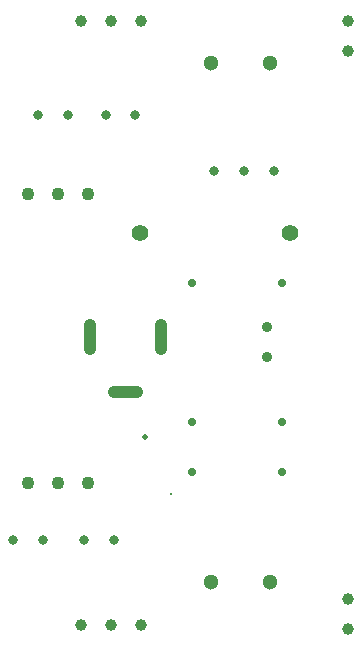
<source format=gbr>
%TF.GenerationSoftware,KiCad,Pcbnew,9.0.7*%
%TF.CreationDate,2026-02-03T13:24:44+02:00*%
%TF.ProjectId,Breadboard_Power_Supply,42726561-6462-46f6-9172-645f506f7765,rev?*%
%TF.SameCoordinates,Original*%
%TF.FileFunction,Plated,1,2,PTH,Mixed*%
%TF.FilePolarity,Positive*%
%FSLAX46Y46*%
G04 Gerber Fmt 4.6, Leading zero omitted, Abs format (unit mm)*
G04 Created by KiCad (PCBNEW 9.0.7) date 2026-02-03 13:24:44*
%MOMM*%
%LPD*%
G01*
G04 APERTURE LIST*
%TA.AperFunction,ViaDrill*%
%ADD10C,0.300000*%
%TD*%
%TA.AperFunction,ViaDrill*%
%ADD11C,0.500000*%
%TD*%
%TA.AperFunction,ComponentDrill*%
%ADD12C,0.700000*%
%TD*%
%TA.AperFunction,ComponentDrill*%
%ADD13C,0.800000*%
%TD*%
%TA.AperFunction,ComponentDrill*%
%ADD14C,0.900000*%
%TD*%
%TA.AperFunction,ComponentDrill*%
%ADD15C,1.000000*%
%TD*%
G04 aperture for slot hole*
%TA.AperFunction,ComponentDrill*%
%ADD16C,1.000000*%
%TD*%
%TA.AperFunction,ComponentDrill*%
%ADD17C,1.100000*%
%TD*%
%TA.AperFunction,ComponentDrill*%
%ADD18C,1.300000*%
%TD*%
%TA.AperFunction,ComponentDrill*%
%ADD19C,1.400000*%
%TD*%
G04 APERTURE END LIST*
D10*
X122061200Y-97078800D03*
D11*
X119913400Y-92252800D03*
D12*
%TO.C,R1*%
X123890000Y-79250000D03*
%TO.C,R2*%
X123890000Y-91000000D03*
%TO.C,R3*%
X123890000Y-95250000D03*
%TO.C,R1*%
X131510000Y-79250000D03*
%TO.C,R2*%
X131510000Y-91000000D03*
%TO.C,R3*%
X131510000Y-95250000D03*
D13*
%TO.C,C3*%
X108750000Y-101000000D03*
%TO.C,C2*%
X110860200Y-65000000D03*
%TO.C,C3*%
X111250000Y-101000000D03*
%TO.C,C2*%
X113360200Y-65000000D03*
%TO.C,C4*%
X114750000Y-101000000D03*
%TO.C,C1*%
X116580600Y-65000000D03*
%TO.C,C4*%
X117250000Y-101000000D03*
%TO.C,C1*%
X119080600Y-65000000D03*
%TO.C,SW1*%
X125710000Y-69723000D03*
X128250000Y-69723000D03*
X130790000Y-69723000D03*
D14*
%TO.C,D2*%
X130250000Y-82980000D03*
X130250000Y-85520000D03*
D15*
%TO.C,J5*%
X114475000Y-57077500D03*
%TO.C,J7*%
X114475000Y-108200630D03*
D16*
%TO.C,J1*%
X115250000Y-84792500D02*
X115250000Y-82792500D01*
D15*
%TO.C,J5*%
X117015000Y-57077500D03*
%TO.C,J7*%
X117015000Y-108200630D03*
D16*
%TO.C,J1*%
X119250000Y-88492500D02*
X117250000Y-88492500D01*
D15*
%TO.C,J5*%
X119555000Y-57077500D03*
%TO.C,J7*%
X119555000Y-108200630D03*
D16*
%TO.C,J1*%
X121250000Y-84792500D02*
X121250000Y-82792500D01*
D15*
%TO.C,J3*%
X137055200Y-57043400D03*
X137055200Y-59583400D03*
%TO.C,J4*%
X137083800Y-105963800D03*
X137083800Y-108503800D03*
D17*
%TO.C,U1*%
X109960000Y-71750000D03*
%TO.C,U2*%
X109960000Y-96195000D03*
%TO.C,U1*%
X112500000Y-71750000D03*
%TO.C,U2*%
X112500000Y-96195000D03*
%TO.C,U1*%
X115040000Y-71750000D03*
%TO.C,U2*%
X115040000Y-96195000D03*
D18*
%TO.C,J6*%
X125510000Y-60604400D03*
%TO.C,J8*%
X125510000Y-104566500D03*
%TO.C,J6*%
X130510000Y-60604400D03*
%TO.C,J8*%
X130510000Y-104566500D03*
D19*
%TO.C,D1*%
X119430800Y-75031600D03*
X132130800Y-75031600D03*
M02*

</source>
